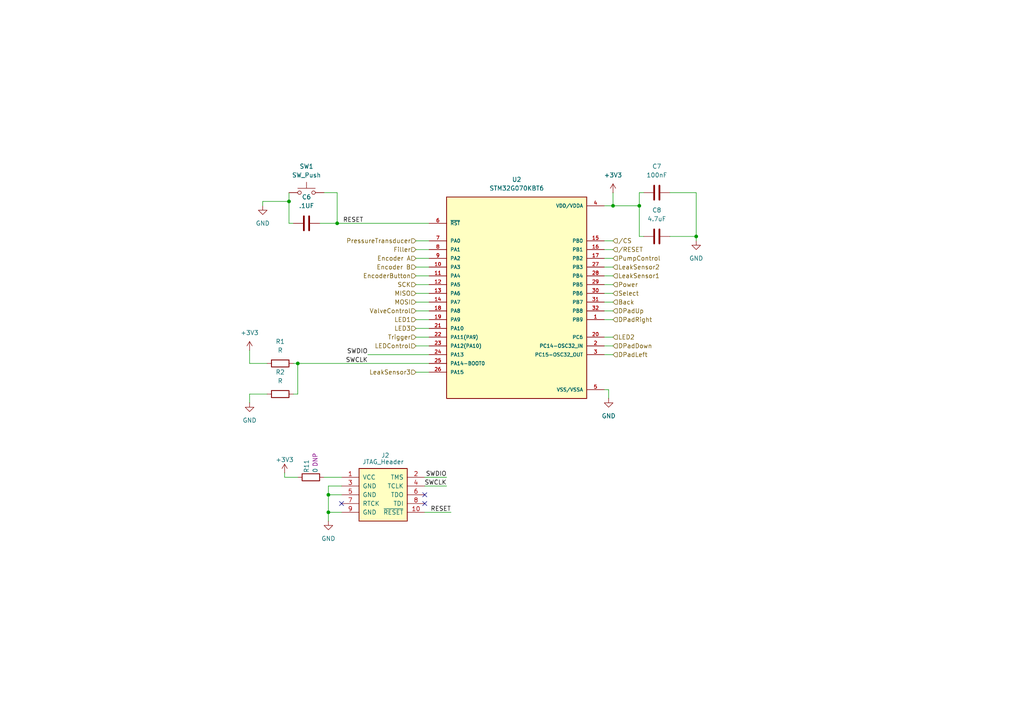
<source format=kicad_sch>
(kicad_sch (version 20250114) (generator "eeschema") (generator_version "9.0")
  (paper "A4")
  (lib_symbols
    (symbol "Connector_ISC:JTAG_header" (pin_names (offset 1.016))
      (property "Reference" "J" (at -5.08 -2.54 0))
      (property "Value" "JTAG_header" (at 0 -21.59 0))
      (symbol "JTAG_header_0_1"
        (rectangle (start -6.35 -3.81) (end 7.62 -19.05) (stroke (width 0.254)) (fill (type background)))
      )
      (symbol "JTAG_header_1_1"
        (pin passive line (at -11.43 -6.35 0) (length 5.08) (name "VCC") (number "1"))
        (pin passive line (at -11.43 -8.89 0) (length 5.08) (name "GND") (number "3"))
        (pin passive line (at -11.43 -11.43 0) (length 5.08) (name "GND") (number "5"))
        (pin passive line (at -11.43 -13.97 0) (length 5.08) (name "RTCK") (number "7"))
        (pin passive line (at -11.43 -16.51 0) (length 5.08) (name "GND") (number "9"))
        (pin passive line (at 12.7 -6.35 180) (length 5.08) (name "TMS") (number "2"))
        (pin passive line (at 12.7 -8.89 180) (length 5.08) (name "TCLK") (number "4"))
        (pin passive line (at 12.7 -11.43 180) (length 5.08) (name "TDO") (number "6"))
        (pin passive line (at 12.7 -13.97 180) (length 5.08) (name "TDI") (number "8"))
        (pin passive line (at 12.7 -16.51 180) (length 5.08) (name "~{RESET}") (number "10"))
      )
    )
    (symbol "Device:C" (pin_numbers (hide yes)) (pin_names (offset 0.254))
      (property "Reference" "C" (at 0.635 2.54 0))
      (property "Value" "C" (at 0.635 -2.54 0))
      (symbol "C_0_1"
        (polyline (pts (xy -2.032 0.762) (xy 2.032 0.762)) (stroke (width 0.508)))
        (polyline (pts (xy -2.032 -0.762) (xy 2.032 -0.762)) (stroke (width 0.508)))
      )
      (symbol "C_1_1"
        (pin passive line (at 0 3.81 270) (length 2.794) (name "~") (number "1"))
        (pin passive line (at 0 -3.81 90) (length 2.794) (name "~") (number "2"))
      )
    )
    (symbol "Device:R" (pin_numbers (hide yes)) (pin_names (offset 0))
      (property "Reference" "R" (at 2.032 0 90))
      (property "Value" "R" (at 0 0 90))
      (symbol "R_0_1"
        (rectangle (start -1.016 -2.54) (end 1.016 2.54) (stroke (width 0.254)))
      )
      (symbol "R_1_1"
        (pin passive line (at 0 3.81 270) (length 1.27) (name "~") (number "1"))
        (pin passive line (at 0 -3.81 90) (length 1.27) (name "~") (number "2"))
      )
    )
    (symbol "Switch:SW_Push" (pin_numbers (hide yes)) (pin_names (offset 1.016) (hide yes))
      (property "Reference" "SW" (at 1.27 2.54 0))
      (property "Value" "SW_Push" (at 0 -1.524 0))
      (symbol "SW_Push_0_1"
        (circle (center -2.032 0) (radius 0.508))
        (polyline (pts (xy 0 1.27) (xy 0 3.048)))
        (circle (center 2.032 0) (radius 0.508))
        (polyline (pts (xy 2.54 1.27) (xy -2.54 1.27)))
        (pin passive line (at -5.08 0 0) (length 2.54) (name "1") (number "1"))
        (pin passive line (at 5.08 0 180) (length 2.54) (name "2") (number "2"))
      )
    )
    (symbol "WaterBlaster:STM32G070KBT6" (pin_names (offset 1.016))
      (property "Reference" "U" (at -20.32 28.702 0))
      (property "Value" "STM32G070KBT6" (at -20.32 -33.02 0))
      (symbol "STM32G070KBT6_0_0"
        (rectangle (start -20.32 -30.48) (end 20.32 27.94) (stroke (width 0.254)) (fill (type background)))
        (pin bidirectional line (at -25.4 20.32 0) (length 5.08) (name "~{RST}") (number "6"))
        (pin bidirectional line (at -25.4 15.24 0) (length 5.08) (name "PA0") (number "7"))
        (pin bidirectional line (at -25.4 12.7 0) (length 5.08) (name "PA1") (number "8"))
        (pin bidirectional line (at -25.4 10.16 0) (length 5.08) (name "PA2") (number "9"))
        (pin bidirectional line (at -25.4 7.62 0) (length 5.08) (name "PA3") (number "10"))
        (pin bidirectional line (at -25.4 5.08 0) (length 5.08) (name "PA4") (number "11"))
        (pin bidirectional line (at -25.4 2.54 0) (length 5.08) (name "PA5") (number "12"))
        (pin bidirectional line (at -25.4 0 0) (length 5.08) (name "PA6") (number "13"))
        (pin bidirectional line (at -25.4 -2.54 0) (length 5.08) (name "PA7") (number "14"))
        (pin bidirectional line (at -25.4 -5.08 0) (length 5.08) (name "PA8") (number "18"))
        (pin bidirectional line (at -25.4 -7.62 0) (length 5.08) (name "PA9") (number "19"))
        (pin bidirectional line (at -25.4 -10.16 0) (length 5.08) (name "PA10") (number "21"))
        (pin bidirectional line (at -25.4 -12.7 0) (length 5.08) (name "PA11(PA9)") (number "22"))
        (pin bidirectional line (at -25.4 -15.24 0) (length 5.08) (name "PA12(PA10)") (number "23"))
        (pin bidirectional line (at -25.4 -17.78 0) (length 5.08) (name "PA13") (number "24"))
        (pin bidirectional line (at -25.4 -20.32 0) (length 5.08) (name "PA14-BOOT0") (number "25"))
        (pin bidirectional line (at -25.4 -22.86 0) (length 5.08) (name "PA15") (number "26"))
        (pin power_in line (at 25.4 25.4 180) (length 5.08) (name "VDD/VDDA") (number "4"))
        (pin bidirectional line (at 25.4 15.24 180) (length 5.08) (name "PB0") (number "15"))
        (pin bidirectional line (at 25.4 12.7 180) (length 5.08) (name "PB1") (number "16"))
        (pin bidirectional line (at 25.4 10.16 180) (length 5.08) (name "PB2") (number "17"))
        (pin bidirectional line (at 25.4 7.62 180) (length 5.08) (name "PB3") (number "27"))
        (pin bidirectional line (at 25.4 5.08 180) (length 5.08) (name "PB4") (number "28"))
        (pin bidirectional line (at 25.4 2.54 180) (length 5.08) (name "PB5") (number "29"))
        (pin bidirectional line (at 25.4 0 180) (length 5.08) (name "PB6") (number "30"))
        (pin bidirectional line (at 25.4 -2.54 180) (length 5.08) (name "PB7") (number "31"))
        (pin bidirectional line (at 25.4 -5.08 180) (length 5.08) (name "PB8") (number "32"))
        (pin bidirectional line (at 25.4 -7.62 180) (length 5.08) (name "PB9") (number "1"))
        (pin bidirectional line (at 25.4 -12.7 180) (length 5.08) (name "PC6") (number "20"))
        (pin bidirectional line (at 25.4 -15.24 180) (length 5.08) (name "PC14-OSC32_IN") (number "2"))
        (pin bidirectional line (at 25.4 -17.78 180) (length 5.08) (name "PC15-OSC32_OUT") (number "3"))
        (pin power_in line (at 25.4 -27.94 180) (length 5.08) (name "VSS/VSSA") (number "5"))
      )
    )
    (symbol "device:R" (pin_numbers (hide yes)) (pin_names (offset 0))
      (property "Reference" "R" (at 2.032 0 90))
      (property "Value" "R" (at 0 0 90))
      (symbol "R_0_1"
        (rectangle (start -1.016 -2.54) (end 1.016 2.54) (stroke (width 0.254)))
      )
      (symbol "R_1_1"
        (pin passive line (at 0 3.81 270) (length 1.27) (name "~") (number "1"))
        (pin passive line (at 0 -3.81 90) (length 1.27) (name "~") (number "2"))
      )
    )
    (symbol "power:+3V3" (power) (pin_numbers (hide yes)) (pin_names (offset 0) (hide yes))
      (property "Value" "+3V3" (at 0 3.556 0))
      (symbol "+3V3_0_1"
        (polyline (pts (xy -0.762 1.27) (xy 0 2.54)))
        (polyline (pts (xy 0 2.54) (xy 0.762 1.27)))
        (polyline (pts (xy 0 0) (xy 0 2.54)))
      )
      (symbol "+3V3_1_1"
        (pin power_in line (at 0 0 90) (length 0) (name "~") (number "1"))
      )
    )
    (symbol "power:GND" (power) (pin_numbers (hide yes)) (pin_names (offset 0) (hide yes))
      (property "Value" "GND" (at 0 -3.81 0))
      (symbol "GND_0_1"
        (polyline (pts (xy 0 0) (xy 0 -1.27) (xy 1.27 -1.27) (xy 0 -2.54) (xy -1.27 -1.27) (xy 0 -1.27)))
      )
      (symbol "GND_1_1"
        (pin power_in line (at 0 0 270) (length 0) (name "~") (number "1"))
      )
    )
  )
  (junction (at 95.25 143.51))
  (junction (at 83.82 58.42))
  (junction (at 86.36 105.41))
  (junction (at 177.8 59.69))
  (junction (at 95.25 148.59))
  (junction (at 201.93 68.58))
  (junction (at 97.79 64.77))
  (junction (at 185.42 59.69))
  (no_connect (at 123.19 143.51))
  (no_connect (at 99.06 146.05))
  (no_connect (at 123.19 146.05))
  (wire (pts (xy 175.26 92.71) (xy 177.8 92.71)))
  (wire (pts (xy 175.26 97.79) (xy 177.8 97.79)))
  (wire (pts (xy 97.79 64.77) (xy 97.79 55.88)))
  (wire (pts (xy 175.26 113.03) (xy 176.53 113.03)))
  (wire (pts (xy 185.42 68.58) (xy 186.69 68.58)))
  (wire (pts (xy 77.47 114.3) (xy 72.39 114.3)))
  (wire (pts (xy 175.26 74.93) (xy 177.8 74.93)))
  (wire (pts (xy 175.26 102.87) (xy 177.8 102.87)))
  (wire (pts (xy 185.42 55.88) (xy 186.69 55.88)))
  (wire (pts (xy 85.09 64.77) (xy 83.82 64.77)))
  (wire (pts (xy 120.65 92.71) (xy 124.46 92.71)))
  (wire (pts (xy 176.53 113.03) (xy 176.53 115.57)))
  (wire (pts (xy 76.2 58.42) (xy 83.82 58.42)))
  (wire (pts (xy 82.55 137.16) (xy 82.55 138.43)))
  (wire (pts (xy 194.31 68.58) (xy 201.93 68.58)))
  (wire (pts (xy 99.06 140.97) (xy 95.25 140.97)))
  (wire (pts (xy 120.65 69.85) (xy 124.46 69.85)))
  (wire (pts (xy 175.26 100.33) (xy 177.8 100.33)))
  (wire (pts (xy 120.65 100.33) (xy 124.46 100.33)))
  (wire (pts (xy 177.8 59.69) (xy 185.42 59.69)))
  (wire (pts (xy 175.26 82.55) (xy 177.8 82.55)))
  (wire (pts (xy 99.06 148.59) (xy 95.25 148.59)))
  (wire (pts (xy 120.65 77.47) (xy 124.46 77.47)))
  (wire (pts (xy 72.39 105.41) (xy 72.39 101.6)))
  (wire (pts (xy 120.65 107.95) (xy 124.46 107.95)))
  (wire (pts (xy 175.26 90.17) (xy 177.8 90.17)))
  (wire (pts (xy 95.25 148.59) (xy 95.25 151.13)))
  (wire (pts (xy 123.19 138.43) (xy 129.54 138.43)))
  (wire (pts (xy 185.42 55.88) (xy 185.42 59.69)))
  (wire (pts (xy 95.25 140.97) (xy 95.25 143.51)))
  (wire (pts (xy 76.2 58.42) (xy 76.2 59.69)))
  (wire (pts (xy 175.26 69.85) (xy 177.8 69.85)))
  (wire (pts (xy 185.42 68.58) (xy 185.42 59.69)))
  (wire (pts (xy 97.79 55.88) (xy 93.98 55.88)))
  (wire (pts (xy 120.65 85.09) (xy 124.46 85.09)))
  (wire (pts (xy 86.36 105.41) (xy 86.36 114.3)))
  (wire (pts (xy 92.71 64.77) (xy 97.79 64.77)))
  (wire (pts (xy 194.31 55.88) (xy 201.93 55.88)))
  (wire (pts (xy 85.09 105.41) (xy 86.36 105.41)))
  (wire (pts (xy 99.06 143.51) (xy 95.25 143.51)))
  (wire (pts (xy 123.19 140.97) (xy 129.54 140.97)))
  (wire (pts (xy 86.36 105.41) (xy 124.46 105.41)))
  (wire (pts (xy 175.26 80.01) (xy 177.8 80.01)))
  (wire (pts (xy 86.36 114.3) (xy 85.09 114.3)))
  (wire (pts (xy 201.93 55.88) (xy 201.93 68.58)))
  (wire (pts (xy 175.26 59.69) (xy 177.8 59.69)))
  (wire (pts (xy 106.68 102.87) (xy 124.46 102.87)))
  (wire (pts (xy 72.39 114.3) (xy 72.39 116.84)))
  (wire (pts (xy 175.26 87.63) (xy 177.8 87.63)))
  (wire (pts (xy 120.65 72.39) (xy 124.46 72.39)))
  (wire (pts (xy 86.36 138.43) (xy 82.55 138.43)))
  (wire (pts (xy 93.98 138.43) (xy 99.06 138.43)))
  (wire (pts (xy 83.82 55.88) (xy 83.82 58.42)))
  (wire (pts (xy 120.65 95.25) (xy 124.46 95.25)))
  (wire (pts (xy 123.19 148.59) (xy 130.81 148.59)))
  (wire (pts (xy 177.8 55.88) (xy 177.8 59.69)))
  (wire (pts (xy 120.65 74.93) (xy 124.46 74.93)))
  (wire (pts (xy 120.65 97.79) (xy 124.46 97.79)))
  (wire (pts (xy 77.47 105.41) (xy 72.39 105.41)))
  (wire (pts (xy 120.65 87.63) (xy 124.46 87.63)))
  (wire (pts (xy 175.26 72.39) (xy 177.8 72.39)))
  (wire (pts (xy 120.65 80.01) (xy 124.46 80.01)))
  (wire (pts (xy 83.82 64.77) (xy 83.82 58.42)))
  (wire (pts (xy 201.93 68.58) (xy 201.93 69.85)))
  (wire (pts (xy 120.65 82.55) (xy 124.46 82.55)))
  (wire (pts (xy 97.79 64.77) (xy 124.46 64.77)))
  (wire (pts (xy 120.65 90.17) (xy 124.46 90.17)))
  (wire (pts (xy 175.26 85.09) (xy 177.8 85.09)))
  (wire (pts (xy 175.26 77.47) (xy 177.8 77.47)))
  (wire (pts (xy 95.25 143.51) (xy 95.25 148.59)))
  (label "RESET" (at 130.81 148.59 180))
  (label "SWCLK" (at 106.68 105.41 180))
  (label "SWDIO" (at 129.54 138.43 180))
  (label "SWDIO" (at 106.68 102.87 180))
  (label "SWCLK" (at 129.54 140.97 180))
  (label "RESET" (at 105.41 64.77 180))
  (hierarchical_label "LeakSensor1" (shape input) (at 177.8 80.01 0))
  (hierarchical_label "DPadLeft" (shape input) (at 177.8 102.87 0))
  (hierarchical_label "Encoder B" (shape input) (at 120.65 77.47 180))
  (hierarchical_label "MOSI" (shape input) (at 120.65 87.63 180))
  (hierarchical_label "LED1" (shape input) (at 120.65 92.71 180))
  (hierarchical_label "LeakSensor2" (shape input) (at 177.8 77.47 0))
  (hierarchical_label "Back" (shape input) (at 177.8 87.63 0))
  (hierarchical_label "DPadRight" (shape input) (at 177.8 92.71 0))
  (hierarchical_label "LED2" (shape input) (at 177.8 97.79 0))
  (hierarchical_label "{slash}RESET" (shape input) (at 177.8 72.39 0))
  (hierarchical_label "PressureTransducer" (shape input) (at 120.65 69.85 180))
  (hierarchical_label "MISO" (shape input) (at 120.65 85.09 180))
  (hierarchical_label "PumpControl" (shape input) (at 177.8 74.93 0))
  (hierarchical_label "LEDControl" (shape input) (at 120.65 100.33 180))
  (hierarchical_label "Filler" (shape input) (at 120.65 72.39 180))
  (hierarchical_label "Trigger" (shape input) (at 120.65 97.79 180))
  (hierarchical_label "LED3" (shape input) (at 120.65 95.25 180))
  (hierarchical_label "DPadUp" (shape input) (at 177.8 90.17 0))
  (hierarchical_label "ValveControl" (shape input) (at 120.65 90.17 180))
  (hierarchical_label "Select" (shape input) (at 177.8 85.09 0))
  (hierarchical_label "Power" (shape input) (at 177.8 82.55 0))
  (hierarchical_label "SCK" (shape input) (at 120.65 82.55 180))
  (hierarchical_label "LeakSensor3" (shape input) (at 120.65 107.95 180))
  (hierarchical_label "{slash}CS" (shape input) (at 177.8 69.85 0))
  (hierarchical_label "EncoderButton" (shape input) (at 120.65 80.01 180))
  (hierarchical_label "Encoder A" (shape input) (at 120.65 74.93 180))
  (hierarchical_label "DPadDown" (shape input) (at 177.8 100.33 0))
  (symbol (lib_id "WaterBlaster:STM32G070KBT6") (at 149.86 85.09 0) (unit 1)
    (property "Reference" "U2" (at 149.86 52.07 0))
    (property "Value" "STM32G070KBT6" (at 149.86 54.61 0))
    (property "Footprint" "Package_QFP:LQFP-32_7x7mm_P0.8mm" (effects (hide yes)))
    (property "PARTREV" "2" (effects (hide yes)))
    (property "STANDARD" "IPC-7351B" (effects (hide yes)))
    (property "MAXIMUM_PACKAGE_HEIGHT" "1.6mm" (effects (hide yes)))
    (property "MANUFACTURER" "STMicroelectronics" (effects (hide yes)))
  )
  (symbol (lib_id "Device:R") (at 81.28 105.41 90) (unit 1)
    (property "Reference" "R1" (at 81.28 99.06 90))
    (property "Value" "R" (at 81.28 101.6 90))
    (property "Footprint" "Resistor_SMD:R_0603_1608Metric_Pad0.98x0.95mm_HandSolder" (effects (hide yes)))
  )
  (symbol (lib_id "power:+3V3") (at 82.55 137.16 0) (unit 1)
    (property "Reference" "#PWR016" (effects (hide yes)))
    (property "Value" "+3V3" (at 82.55 133.35 0))
    (instances (project "CANalyzer_v4.0" (path "" (reference "#PWR022") (unit 1))) (project "WaterBlasterV2" (path "" (reference "#PWR016") (unit 1))))
  )
  (symbol (lib_id "Device:R") (at 81.28 114.3 90) (unit 1)
    (property "Reference" "R2" (at 81.28 107.95 90))
    (property "Value" "R" (at 81.28 110.49 90))
    (property "Footprint" "Resistor_SMD:R_0603_1608Metric_Pad0.98x0.95mm_HandSolder" (effects (hide yes)))
  )
  (symbol (lib_id "power:GND") (at 95.25 151.13 0) (unit 1)
    (property "Reference" "#PWR017" (effects (hide yes)))
    (property "Value" "GND" (at 95.25 156.21 0))
    (instances (project "CANalyzer_v4.0" (path "" (reference "#PWR024") (unit 1))) (project "WaterBlasterV2" (path "" (reference "#PWR017") (unit 1))))
  )
  (symbol (lib_id "device:R") (at 90.17 138.43 90) (unit 1)
    (property "Reference" "R3" (at 88.9 137.16 0) (effects (justify left)))
    (property "Value" "0" (at 91.44 137.16 0) (effects (justify left)))
    (property "Footprint" "Resistor_SMD:R_0603_1608Metric_Pad0.98x0.95mm_HandSolder" (effects (hide yes)))
    (property "DNP" "DNP" (at 91.44 133.35 0))
    (property "MPN" "RES SMD 0 OHM 5% 1/4W 0603" (effects (hide yes)))
    (instances (project "CANalyzer_v4.0" (path "" (reference "R11") (unit 1))) (project "WaterBlasterV2" (path "" (reference "R3") (unit 1))))
  )
  (symbol (lib_id "power:GND") (at 76.2 59.69 0) (unit 1)
    (property "Reference" "#PWR015" (effects (hide yes)))
    (property "Value" "GND" (at 76.2 64.77 0))
  )
  (symbol (lib_id "power:GND") (at 176.53 115.57 0) (unit 1)
    (property "Reference" "#PWR018" (effects (hide yes)))
    (property "Value" "GND" (at 176.53 120.65 0))
  )
  (symbol (lib_id "Device:C") (at 190.5 55.88 90) (unit 1)
    (property "Reference" "C7" (at 190.5 48.26 90))
    (property "Value" "100nF" (at 190.5 50.8 90))
    (property "Footprint" "Capacitor_SMD:C_0603_1608Metric_Pad1.08x0.95mm_HandSolder" (effects (hide yes)))
  )
  (symbol (lib_id "power:+3V3") (at 72.39 101.6 0) (unit 1)
    (property "Reference" "#PWR013" (effects (hide yes)))
    (property "Value" "+3V3" (at 72.39 96.52 0))
  )
  (symbol (lib_id "Device:C") (at 190.5 68.58 90) (unit 1)
    (property "Reference" "C8" (at 190.5 60.96 90))
    (property "Value" "4.7uF" (at 190.5 63.5 90))
    (property "Footprint" "Capacitor_SMD:C_0603_1608Metric_Pad1.08x0.95mm_HandSolder" (effects (hide yes)))
  )
  (symbol (lib_id "Connector_ISC:JTAG_header") (at 110.49 132.08 0) (unit 1)
    (property "Reference" "J3" (at 111.76 132.08 0))
    (property "Value" "JTAG_Header" (at 111.125 133.9596 0))
    (property "Footprint" "WaterBlaster:CONN_3220-10-0100-00_CNC" (effects (hide yes)))
    (property "Note" "JTAG_header" (effects (hide yes)))
    (property "MPN" "3220-10-0100-00" (effects (hide yes)))
    (instances (project "CANalyzer_v4.0" (path "" (reference "J2") (unit 1))) (project "WaterBlasterV2" (path "" (reference "J3") (unit 1))))
  )
  (symbol (lib_id "power:GND") (at 201.93 69.85 0) (unit 1)
    (property "Reference" "#PWR020" (effects (hide yes)))
    (property "Value" "GND" (at 201.93 74.93 0))
  )
  (symbol (lib_id "power:GND") (at 72.39 116.84 0) (unit 1)
    (property "Reference" "#PWR014" (effects (hide yes)))
    (property "Value" "GND" (at 72.39 121.92 0))
  )
  (symbol (lib_id "Switch:SW_Push") (at 88.9 55.88 0) (unit 1)
    (property "Reference" "SW1" (at 88.9 48.26 0))
    (property "Value" "SW_Push" (at 88.9 50.8 0))
    (property "Footprint" "WaterBlaster:PTS645SL43SMTR92LFS_CNK" (effects (hide yes)))
  )
  (symbol (lib_id "power:+3V3") (at 177.8 55.88 0) (unit 1)
    (property "Reference" "#PWR019" (effects (hide yes)))
    (property "Value" "+3V3" (at 177.8 50.8 0))
  )
  (symbol (lib_id "Device:C") (at 88.9 64.77 270) (unit 1)
    (property "Reference" "C6" (at 88.9 57.15 90))
    (property "Value" ".1UF" (at 88.9 59.69 90))
    (property "Footprint" "Capacitor_SMD:C_0603_1608Metric_Pad1.08x0.95mm_HandSolder" (effects (hide yes)))
  )
)
</source>
